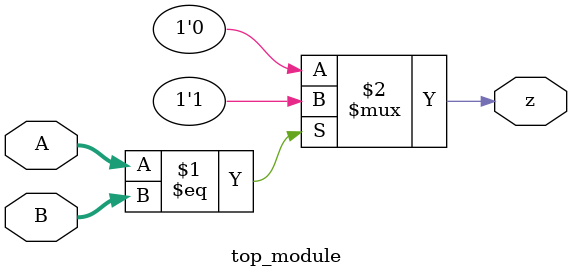
<source format=sv>
module top_module(
    input [1:0] A,
    input [1:0] B,
    output z
);

    assign z = (A == B) ? 1'b1 : 1'b0;

endmodule

</source>
